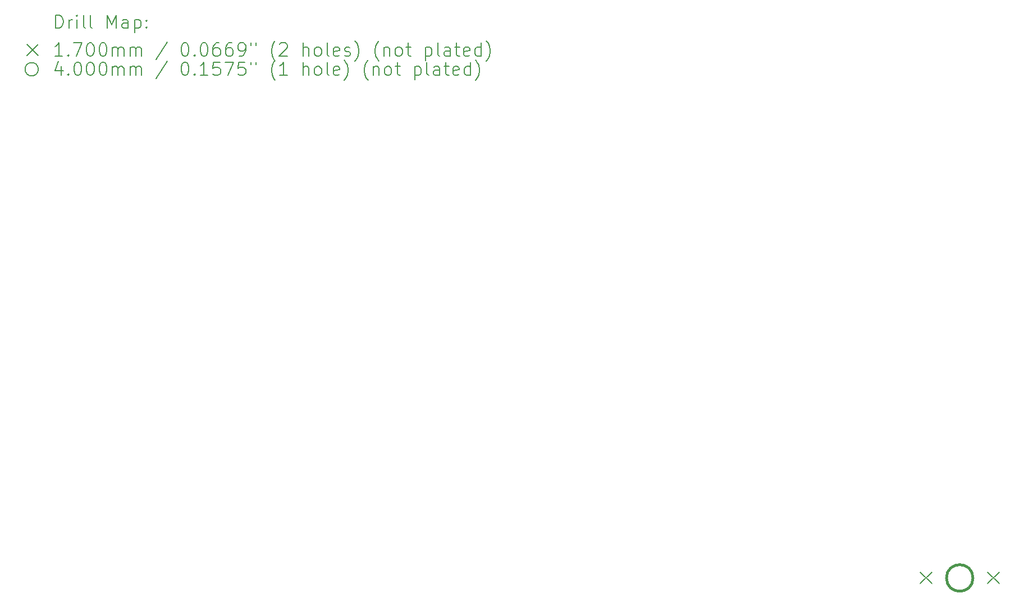
<source format=gbr>
%TF.GenerationSoftware,KiCad,Pcbnew,9.0.7*%
%TF.CreationDate,2026-02-04T16:17:57-05:00*%
%TF.ProjectId,test2,74657374-322e-46b6-9963-61645f706362,rev?*%
%TF.SameCoordinates,Original*%
%TF.FileFunction,Drillmap*%
%TF.FilePolarity,Positive*%
%FSLAX45Y45*%
G04 Gerber Fmt 4.5, Leading zero omitted, Abs format (unit mm)*
G04 Created by KiCad (PCBNEW 9.0.7) date 2026-02-04 16:17:57*
%MOMM*%
%LPD*%
G01*
G04 APERTURE LIST*
%ADD10C,0.200000*%
%ADD11C,0.170000*%
%ADD12C,0.400000*%
G04 APERTURE END LIST*
D10*
D11*
X13303000Y-8523000D02*
X13473000Y-8693000D01*
X13473000Y-8523000D02*
X13303000Y-8693000D01*
X14319000Y-8523000D02*
X14489000Y-8693000D01*
X14489000Y-8523000D02*
X14319000Y-8693000D01*
D12*
X14096000Y-8608000D02*
G75*
G02*
X13696000Y-8608000I-200000J0D01*
G01*
X13696000Y-8608000D02*
G75*
G02*
X14096000Y-8608000I200000J0D01*
G01*
D10*
X260777Y-311484D02*
X260777Y-111484D01*
X260777Y-111484D02*
X308396Y-111484D01*
X308396Y-111484D02*
X336967Y-121008D01*
X336967Y-121008D02*
X356015Y-140055D01*
X356015Y-140055D02*
X365539Y-159103D01*
X365539Y-159103D02*
X375062Y-197198D01*
X375062Y-197198D02*
X375062Y-225769D01*
X375062Y-225769D02*
X365539Y-263865D01*
X365539Y-263865D02*
X356015Y-282912D01*
X356015Y-282912D02*
X336967Y-301960D01*
X336967Y-301960D02*
X308396Y-311484D01*
X308396Y-311484D02*
X260777Y-311484D01*
X460777Y-311484D02*
X460777Y-178150D01*
X460777Y-216246D02*
X470301Y-197198D01*
X470301Y-197198D02*
X479824Y-187674D01*
X479824Y-187674D02*
X498872Y-178150D01*
X498872Y-178150D02*
X517920Y-178150D01*
X584586Y-311484D02*
X584586Y-178150D01*
X584586Y-111484D02*
X575063Y-121008D01*
X575063Y-121008D02*
X584586Y-130531D01*
X584586Y-130531D02*
X594110Y-121008D01*
X594110Y-121008D02*
X584586Y-111484D01*
X584586Y-111484D02*
X584586Y-130531D01*
X708396Y-311484D02*
X689348Y-301960D01*
X689348Y-301960D02*
X679824Y-282912D01*
X679824Y-282912D02*
X679824Y-111484D01*
X813158Y-311484D02*
X794110Y-301960D01*
X794110Y-301960D02*
X784586Y-282912D01*
X784586Y-282912D02*
X784586Y-111484D01*
X1041729Y-311484D02*
X1041729Y-111484D01*
X1041729Y-111484D02*
X1108396Y-254341D01*
X1108396Y-254341D02*
X1175063Y-111484D01*
X1175063Y-111484D02*
X1175063Y-311484D01*
X1356015Y-311484D02*
X1356015Y-206722D01*
X1356015Y-206722D02*
X1346491Y-187674D01*
X1346491Y-187674D02*
X1327444Y-178150D01*
X1327444Y-178150D02*
X1289348Y-178150D01*
X1289348Y-178150D02*
X1270301Y-187674D01*
X1356015Y-301960D02*
X1336967Y-311484D01*
X1336967Y-311484D02*
X1289348Y-311484D01*
X1289348Y-311484D02*
X1270301Y-301960D01*
X1270301Y-301960D02*
X1260777Y-282912D01*
X1260777Y-282912D02*
X1260777Y-263865D01*
X1260777Y-263865D02*
X1270301Y-244817D01*
X1270301Y-244817D02*
X1289348Y-235293D01*
X1289348Y-235293D02*
X1336967Y-235293D01*
X1336967Y-235293D02*
X1356015Y-225769D01*
X1451253Y-178150D02*
X1451253Y-378150D01*
X1451253Y-187674D02*
X1470301Y-178150D01*
X1470301Y-178150D02*
X1508396Y-178150D01*
X1508396Y-178150D02*
X1527443Y-187674D01*
X1527443Y-187674D02*
X1536967Y-197198D01*
X1536967Y-197198D02*
X1546491Y-216246D01*
X1546491Y-216246D02*
X1546491Y-273389D01*
X1546491Y-273389D02*
X1536967Y-292436D01*
X1536967Y-292436D02*
X1527443Y-301960D01*
X1527443Y-301960D02*
X1508396Y-311484D01*
X1508396Y-311484D02*
X1470301Y-311484D01*
X1470301Y-311484D02*
X1451253Y-301960D01*
X1632205Y-292436D02*
X1641729Y-301960D01*
X1641729Y-301960D02*
X1632205Y-311484D01*
X1632205Y-311484D02*
X1622682Y-301960D01*
X1622682Y-301960D02*
X1632205Y-292436D01*
X1632205Y-292436D02*
X1632205Y-311484D01*
X1632205Y-187674D02*
X1641729Y-197198D01*
X1641729Y-197198D02*
X1632205Y-206722D01*
X1632205Y-206722D02*
X1622682Y-197198D01*
X1622682Y-197198D02*
X1632205Y-187674D01*
X1632205Y-187674D02*
X1632205Y-206722D01*
D11*
X-170000Y-555000D02*
X0Y-725000D01*
X0Y-555000D02*
X-170000Y-725000D01*
D10*
X365539Y-731484D02*
X251253Y-731484D01*
X308396Y-731484D02*
X308396Y-531484D01*
X308396Y-531484D02*
X289348Y-560055D01*
X289348Y-560055D02*
X270301Y-579103D01*
X270301Y-579103D02*
X251253Y-588627D01*
X451253Y-712436D02*
X460777Y-721960D01*
X460777Y-721960D02*
X451253Y-731484D01*
X451253Y-731484D02*
X441729Y-721960D01*
X441729Y-721960D02*
X451253Y-712436D01*
X451253Y-712436D02*
X451253Y-731484D01*
X527444Y-531484D02*
X660777Y-531484D01*
X660777Y-531484D02*
X575063Y-731484D01*
X775062Y-531484D02*
X794110Y-531484D01*
X794110Y-531484D02*
X813158Y-541008D01*
X813158Y-541008D02*
X822682Y-550531D01*
X822682Y-550531D02*
X832205Y-569579D01*
X832205Y-569579D02*
X841729Y-607674D01*
X841729Y-607674D02*
X841729Y-655293D01*
X841729Y-655293D02*
X832205Y-693389D01*
X832205Y-693389D02*
X822682Y-712436D01*
X822682Y-712436D02*
X813158Y-721960D01*
X813158Y-721960D02*
X794110Y-731484D01*
X794110Y-731484D02*
X775062Y-731484D01*
X775062Y-731484D02*
X756015Y-721960D01*
X756015Y-721960D02*
X746491Y-712436D01*
X746491Y-712436D02*
X736967Y-693389D01*
X736967Y-693389D02*
X727443Y-655293D01*
X727443Y-655293D02*
X727443Y-607674D01*
X727443Y-607674D02*
X736967Y-569579D01*
X736967Y-569579D02*
X746491Y-550531D01*
X746491Y-550531D02*
X756015Y-541008D01*
X756015Y-541008D02*
X775062Y-531484D01*
X965539Y-531484D02*
X984586Y-531484D01*
X984586Y-531484D02*
X1003634Y-541008D01*
X1003634Y-541008D02*
X1013158Y-550531D01*
X1013158Y-550531D02*
X1022682Y-569579D01*
X1022682Y-569579D02*
X1032205Y-607674D01*
X1032205Y-607674D02*
X1032205Y-655293D01*
X1032205Y-655293D02*
X1022682Y-693389D01*
X1022682Y-693389D02*
X1013158Y-712436D01*
X1013158Y-712436D02*
X1003634Y-721960D01*
X1003634Y-721960D02*
X984586Y-731484D01*
X984586Y-731484D02*
X965539Y-731484D01*
X965539Y-731484D02*
X946491Y-721960D01*
X946491Y-721960D02*
X936967Y-712436D01*
X936967Y-712436D02*
X927443Y-693389D01*
X927443Y-693389D02*
X917920Y-655293D01*
X917920Y-655293D02*
X917920Y-607674D01*
X917920Y-607674D02*
X927443Y-569579D01*
X927443Y-569579D02*
X936967Y-550531D01*
X936967Y-550531D02*
X946491Y-541008D01*
X946491Y-541008D02*
X965539Y-531484D01*
X1117920Y-731484D02*
X1117920Y-598150D01*
X1117920Y-617198D02*
X1127444Y-607674D01*
X1127444Y-607674D02*
X1146491Y-598150D01*
X1146491Y-598150D02*
X1175063Y-598150D01*
X1175063Y-598150D02*
X1194110Y-607674D01*
X1194110Y-607674D02*
X1203634Y-626722D01*
X1203634Y-626722D02*
X1203634Y-731484D01*
X1203634Y-626722D02*
X1213158Y-607674D01*
X1213158Y-607674D02*
X1232205Y-598150D01*
X1232205Y-598150D02*
X1260777Y-598150D01*
X1260777Y-598150D02*
X1279825Y-607674D01*
X1279825Y-607674D02*
X1289348Y-626722D01*
X1289348Y-626722D02*
X1289348Y-731484D01*
X1384586Y-731484D02*
X1384586Y-598150D01*
X1384586Y-617198D02*
X1394110Y-607674D01*
X1394110Y-607674D02*
X1413158Y-598150D01*
X1413158Y-598150D02*
X1441729Y-598150D01*
X1441729Y-598150D02*
X1460777Y-607674D01*
X1460777Y-607674D02*
X1470301Y-626722D01*
X1470301Y-626722D02*
X1470301Y-731484D01*
X1470301Y-626722D02*
X1479824Y-607674D01*
X1479824Y-607674D02*
X1498872Y-598150D01*
X1498872Y-598150D02*
X1527443Y-598150D01*
X1527443Y-598150D02*
X1546491Y-607674D01*
X1546491Y-607674D02*
X1556015Y-626722D01*
X1556015Y-626722D02*
X1556015Y-731484D01*
X1946491Y-521960D02*
X1775063Y-779103D01*
X2203634Y-531484D02*
X2222682Y-531484D01*
X2222682Y-531484D02*
X2241729Y-541008D01*
X2241729Y-541008D02*
X2251253Y-550531D01*
X2251253Y-550531D02*
X2260777Y-569579D01*
X2260777Y-569579D02*
X2270301Y-607674D01*
X2270301Y-607674D02*
X2270301Y-655293D01*
X2270301Y-655293D02*
X2260777Y-693389D01*
X2260777Y-693389D02*
X2251253Y-712436D01*
X2251253Y-712436D02*
X2241729Y-721960D01*
X2241729Y-721960D02*
X2222682Y-731484D01*
X2222682Y-731484D02*
X2203634Y-731484D01*
X2203634Y-731484D02*
X2184587Y-721960D01*
X2184587Y-721960D02*
X2175063Y-712436D01*
X2175063Y-712436D02*
X2165539Y-693389D01*
X2165539Y-693389D02*
X2156015Y-655293D01*
X2156015Y-655293D02*
X2156015Y-607674D01*
X2156015Y-607674D02*
X2165539Y-569579D01*
X2165539Y-569579D02*
X2175063Y-550531D01*
X2175063Y-550531D02*
X2184587Y-541008D01*
X2184587Y-541008D02*
X2203634Y-531484D01*
X2356015Y-712436D02*
X2365539Y-721960D01*
X2365539Y-721960D02*
X2356015Y-731484D01*
X2356015Y-731484D02*
X2346491Y-721960D01*
X2346491Y-721960D02*
X2356015Y-712436D01*
X2356015Y-712436D02*
X2356015Y-731484D01*
X2489348Y-531484D02*
X2508396Y-531484D01*
X2508396Y-531484D02*
X2527444Y-541008D01*
X2527444Y-541008D02*
X2536968Y-550531D01*
X2536968Y-550531D02*
X2546491Y-569579D01*
X2546491Y-569579D02*
X2556015Y-607674D01*
X2556015Y-607674D02*
X2556015Y-655293D01*
X2556015Y-655293D02*
X2546491Y-693389D01*
X2546491Y-693389D02*
X2536968Y-712436D01*
X2536968Y-712436D02*
X2527444Y-721960D01*
X2527444Y-721960D02*
X2508396Y-731484D01*
X2508396Y-731484D02*
X2489348Y-731484D01*
X2489348Y-731484D02*
X2470301Y-721960D01*
X2470301Y-721960D02*
X2460777Y-712436D01*
X2460777Y-712436D02*
X2451253Y-693389D01*
X2451253Y-693389D02*
X2441729Y-655293D01*
X2441729Y-655293D02*
X2441729Y-607674D01*
X2441729Y-607674D02*
X2451253Y-569579D01*
X2451253Y-569579D02*
X2460777Y-550531D01*
X2460777Y-550531D02*
X2470301Y-541008D01*
X2470301Y-541008D02*
X2489348Y-531484D01*
X2727444Y-531484D02*
X2689348Y-531484D01*
X2689348Y-531484D02*
X2670301Y-541008D01*
X2670301Y-541008D02*
X2660777Y-550531D01*
X2660777Y-550531D02*
X2641729Y-579103D01*
X2641729Y-579103D02*
X2632206Y-617198D01*
X2632206Y-617198D02*
X2632206Y-693389D01*
X2632206Y-693389D02*
X2641729Y-712436D01*
X2641729Y-712436D02*
X2651253Y-721960D01*
X2651253Y-721960D02*
X2670301Y-731484D01*
X2670301Y-731484D02*
X2708396Y-731484D01*
X2708396Y-731484D02*
X2727444Y-721960D01*
X2727444Y-721960D02*
X2736968Y-712436D01*
X2736968Y-712436D02*
X2746491Y-693389D01*
X2746491Y-693389D02*
X2746491Y-645770D01*
X2746491Y-645770D02*
X2736968Y-626722D01*
X2736968Y-626722D02*
X2727444Y-617198D01*
X2727444Y-617198D02*
X2708396Y-607674D01*
X2708396Y-607674D02*
X2670301Y-607674D01*
X2670301Y-607674D02*
X2651253Y-617198D01*
X2651253Y-617198D02*
X2641729Y-626722D01*
X2641729Y-626722D02*
X2632206Y-645770D01*
X2917920Y-531484D02*
X2879825Y-531484D01*
X2879825Y-531484D02*
X2860777Y-541008D01*
X2860777Y-541008D02*
X2851253Y-550531D01*
X2851253Y-550531D02*
X2832206Y-579103D01*
X2832206Y-579103D02*
X2822682Y-617198D01*
X2822682Y-617198D02*
X2822682Y-693389D01*
X2822682Y-693389D02*
X2832206Y-712436D01*
X2832206Y-712436D02*
X2841729Y-721960D01*
X2841729Y-721960D02*
X2860777Y-731484D01*
X2860777Y-731484D02*
X2898872Y-731484D01*
X2898872Y-731484D02*
X2917920Y-721960D01*
X2917920Y-721960D02*
X2927444Y-712436D01*
X2927444Y-712436D02*
X2936967Y-693389D01*
X2936967Y-693389D02*
X2936967Y-645770D01*
X2936967Y-645770D02*
X2927444Y-626722D01*
X2927444Y-626722D02*
X2917920Y-617198D01*
X2917920Y-617198D02*
X2898872Y-607674D01*
X2898872Y-607674D02*
X2860777Y-607674D01*
X2860777Y-607674D02*
X2841729Y-617198D01*
X2841729Y-617198D02*
X2832206Y-626722D01*
X2832206Y-626722D02*
X2822682Y-645770D01*
X3032206Y-731484D02*
X3070301Y-731484D01*
X3070301Y-731484D02*
X3089348Y-721960D01*
X3089348Y-721960D02*
X3098872Y-712436D01*
X3098872Y-712436D02*
X3117920Y-683865D01*
X3117920Y-683865D02*
X3127444Y-645770D01*
X3127444Y-645770D02*
X3127444Y-569579D01*
X3127444Y-569579D02*
X3117920Y-550531D01*
X3117920Y-550531D02*
X3108396Y-541008D01*
X3108396Y-541008D02*
X3089348Y-531484D01*
X3089348Y-531484D02*
X3051253Y-531484D01*
X3051253Y-531484D02*
X3032206Y-541008D01*
X3032206Y-541008D02*
X3022682Y-550531D01*
X3022682Y-550531D02*
X3013158Y-569579D01*
X3013158Y-569579D02*
X3013158Y-617198D01*
X3013158Y-617198D02*
X3022682Y-636246D01*
X3022682Y-636246D02*
X3032206Y-645770D01*
X3032206Y-645770D02*
X3051253Y-655293D01*
X3051253Y-655293D02*
X3089348Y-655293D01*
X3089348Y-655293D02*
X3108396Y-645770D01*
X3108396Y-645770D02*
X3117920Y-636246D01*
X3117920Y-636246D02*
X3127444Y-617198D01*
X3203634Y-531484D02*
X3203634Y-569579D01*
X3279825Y-531484D02*
X3279825Y-569579D01*
X3575063Y-807674D02*
X3565539Y-798150D01*
X3565539Y-798150D02*
X3546491Y-769579D01*
X3546491Y-769579D02*
X3536968Y-750531D01*
X3536968Y-750531D02*
X3527444Y-721960D01*
X3527444Y-721960D02*
X3517920Y-674341D01*
X3517920Y-674341D02*
X3517920Y-636246D01*
X3517920Y-636246D02*
X3527444Y-588627D01*
X3527444Y-588627D02*
X3536968Y-560055D01*
X3536968Y-560055D02*
X3546491Y-541008D01*
X3546491Y-541008D02*
X3565539Y-512436D01*
X3565539Y-512436D02*
X3575063Y-502912D01*
X3641729Y-550531D02*
X3651253Y-541008D01*
X3651253Y-541008D02*
X3670301Y-531484D01*
X3670301Y-531484D02*
X3717920Y-531484D01*
X3717920Y-531484D02*
X3736968Y-541008D01*
X3736968Y-541008D02*
X3746491Y-550531D01*
X3746491Y-550531D02*
X3756015Y-569579D01*
X3756015Y-569579D02*
X3756015Y-588627D01*
X3756015Y-588627D02*
X3746491Y-617198D01*
X3746491Y-617198D02*
X3632206Y-731484D01*
X3632206Y-731484D02*
X3756015Y-731484D01*
X3994110Y-731484D02*
X3994110Y-531484D01*
X4079825Y-731484D02*
X4079825Y-626722D01*
X4079825Y-626722D02*
X4070301Y-607674D01*
X4070301Y-607674D02*
X4051253Y-598150D01*
X4051253Y-598150D02*
X4022682Y-598150D01*
X4022682Y-598150D02*
X4003634Y-607674D01*
X4003634Y-607674D02*
X3994110Y-617198D01*
X4203634Y-731484D02*
X4184587Y-721960D01*
X4184587Y-721960D02*
X4175063Y-712436D01*
X4175063Y-712436D02*
X4165539Y-693389D01*
X4165539Y-693389D02*
X4165539Y-636246D01*
X4165539Y-636246D02*
X4175063Y-617198D01*
X4175063Y-617198D02*
X4184587Y-607674D01*
X4184587Y-607674D02*
X4203634Y-598150D01*
X4203634Y-598150D02*
X4232206Y-598150D01*
X4232206Y-598150D02*
X4251253Y-607674D01*
X4251253Y-607674D02*
X4260777Y-617198D01*
X4260777Y-617198D02*
X4270301Y-636246D01*
X4270301Y-636246D02*
X4270301Y-693389D01*
X4270301Y-693389D02*
X4260777Y-712436D01*
X4260777Y-712436D02*
X4251253Y-721960D01*
X4251253Y-721960D02*
X4232206Y-731484D01*
X4232206Y-731484D02*
X4203634Y-731484D01*
X4384587Y-731484D02*
X4365539Y-721960D01*
X4365539Y-721960D02*
X4356015Y-702912D01*
X4356015Y-702912D02*
X4356015Y-531484D01*
X4536968Y-721960D02*
X4517920Y-731484D01*
X4517920Y-731484D02*
X4479825Y-731484D01*
X4479825Y-731484D02*
X4460777Y-721960D01*
X4460777Y-721960D02*
X4451253Y-702912D01*
X4451253Y-702912D02*
X4451253Y-626722D01*
X4451253Y-626722D02*
X4460777Y-607674D01*
X4460777Y-607674D02*
X4479825Y-598150D01*
X4479825Y-598150D02*
X4517920Y-598150D01*
X4517920Y-598150D02*
X4536968Y-607674D01*
X4536968Y-607674D02*
X4546492Y-626722D01*
X4546492Y-626722D02*
X4546492Y-645770D01*
X4546492Y-645770D02*
X4451253Y-664817D01*
X4622682Y-721960D02*
X4641730Y-731484D01*
X4641730Y-731484D02*
X4679825Y-731484D01*
X4679825Y-731484D02*
X4698873Y-721960D01*
X4698873Y-721960D02*
X4708396Y-702912D01*
X4708396Y-702912D02*
X4708396Y-693389D01*
X4708396Y-693389D02*
X4698873Y-674341D01*
X4698873Y-674341D02*
X4679825Y-664817D01*
X4679825Y-664817D02*
X4651253Y-664817D01*
X4651253Y-664817D02*
X4632206Y-655293D01*
X4632206Y-655293D02*
X4622682Y-636246D01*
X4622682Y-636246D02*
X4622682Y-626722D01*
X4622682Y-626722D02*
X4632206Y-607674D01*
X4632206Y-607674D02*
X4651253Y-598150D01*
X4651253Y-598150D02*
X4679825Y-598150D01*
X4679825Y-598150D02*
X4698873Y-607674D01*
X4775063Y-807674D02*
X4784587Y-798150D01*
X4784587Y-798150D02*
X4803634Y-769579D01*
X4803634Y-769579D02*
X4813158Y-750531D01*
X4813158Y-750531D02*
X4822682Y-721960D01*
X4822682Y-721960D02*
X4832206Y-674341D01*
X4832206Y-674341D02*
X4832206Y-636246D01*
X4832206Y-636246D02*
X4822682Y-588627D01*
X4822682Y-588627D02*
X4813158Y-560055D01*
X4813158Y-560055D02*
X4803634Y-541008D01*
X4803634Y-541008D02*
X4784587Y-512436D01*
X4784587Y-512436D02*
X4775063Y-502912D01*
X5136968Y-807674D02*
X5127444Y-798150D01*
X5127444Y-798150D02*
X5108396Y-769579D01*
X5108396Y-769579D02*
X5098873Y-750531D01*
X5098873Y-750531D02*
X5089349Y-721960D01*
X5089349Y-721960D02*
X5079825Y-674341D01*
X5079825Y-674341D02*
X5079825Y-636246D01*
X5079825Y-636246D02*
X5089349Y-588627D01*
X5089349Y-588627D02*
X5098873Y-560055D01*
X5098873Y-560055D02*
X5108396Y-541008D01*
X5108396Y-541008D02*
X5127444Y-512436D01*
X5127444Y-512436D02*
X5136968Y-502912D01*
X5213158Y-598150D02*
X5213158Y-731484D01*
X5213158Y-617198D02*
X5222682Y-607674D01*
X5222682Y-607674D02*
X5241730Y-598150D01*
X5241730Y-598150D02*
X5270301Y-598150D01*
X5270301Y-598150D02*
X5289349Y-607674D01*
X5289349Y-607674D02*
X5298873Y-626722D01*
X5298873Y-626722D02*
X5298873Y-731484D01*
X5422682Y-731484D02*
X5403634Y-721960D01*
X5403634Y-721960D02*
X5394111Y-712436D01*
X5394111Y-712436D02*
X5384587Y-693389D01*
X5384587Y-693389D02*
X5384587Y-636246D01*
X5384587Y-636246D02*
X5394111Y-617198D01*
X5394111Y-617198D02*
X5403634Y-607674D01*
X5403634Y-607674D02*
X5422682Y-598150D01*
X5422682Y-598150D02*
X5451254Y-598150D01*
X5451254Y-598150D02*
X5470301Y-607674D01*
X5470301Y-607674D02*
X5479825Y-617198D01*
X5479825Y-617198D02*
X5489349Y-636246D01*
X5489349Y-636246D02*
X5489349Y-693389D01*
X5489349Y-693389D02*
X5479825Y-712436D01*
X5479825Y-712436D02*
X5470301Y-721960D01*
X5470301Y-721960D02*
X5451254Y-731484D01*
X5451254Y-731484D02*
X5422682Y-731484D01*
X5546492Y-598150D02*
X5622682Y-598150D01*
X5575063Y-531484D02*
X5575063Y-702912D01*
X5575063Y-702912D02*
X5584587Y-721960D01*
X5584587Y-721960D02*
X5603634Y-731484D01*
X5603634Y-731484D02*
X5622682Y-731484D01*
X5841730Y-598150D02*
X5841730Y-798150D01*
X5841730Y-607674D02*
X5860777Y-598150D01*
X5860777Y-598150D02*
X5898873Y-598150D01*
X5898873Y-598150D02*
X5917920Y-607674D01*
X5917920Y-607674D02*
X5927444Y-617198D01*
X5927444Y-617198D02*
X5936968Y-636246D01*
X5936968Y-636246D02*
X5936968Y-693389D01*
X5936968Y-693389D02*
X5927444Y-712436D01*
X5927444Y-712436D02*
X5917920Y-721960D01*
X5917920Y-721960D02*
X5898873Y-731484D01*
X5898873Y-731484D02*
X5860777Y-731484D01*
X5860777Y-731484D02*
X5841730Y-721960D01*
X6051253Y-731484D02*
X6032206Y-721960D01*
X6032206Y-721960D02*
X6022682Y-702912D01*
X6022682Y-702912D02*
X6022682Y-531484D01*
X6213158Y-731484D02*
X6213158Y-626722D01*
X6213158Y-626722D02*
X6203634Y-607674D01*
X6203634Y-607674D02*
X6184587Y-598150D01*
X6184587Y-598150D02*
X6146492Y-598150D01*
X6146492Y-598150D02*
X6127444Y-607674D01*
X6213158Y-721960D02*
X6194111Y-731484D01*
X6194111Y-731484D02*
X6146492Y-731484D01*
X6146492Y-731484D02*
X6127444Y-721960D01*
X6127444Y-721960D02*
X6117920Y-702912D01*
X6117920Y-702912D02*
X6117920Y-683865D01*
X6117920Y-683865D02*
X6127444Y-664817D01*
X6127444Y-664817D02*
X6146492Y-655293D01*
X6146492Y-655293D02*
X6194111Y-655293D01*
X6194111Y-655293D02*
X6213158Y-645770D01*
X6279825Y-598150D02*
X6356015Y-598150D01*
X6308396Y-531484D02*
X6308396Y-702912D01*
X6308396Y-702912D02*
X6317920Y-721960D01*
X6317920Y-721960D02*
X6336968Y-731484D01*
X6336968Y-731484D02*
X6356015Y-731484D01*
X6498873Y-721960D02*
X6479825Y-731484D01*
X6479825Y-731484D02*
X6441730Y-731484D01*
X6441730Y-731484D02*
X6422682Y-721960D01*
X6422682Y-721960D02*
X6413158Y-702912D01*
X6413158Y-702912D02*
X6413158Y-626722D01*
X6413158Y-626722D02*
X6422682Y-607674D01*
X6422682Y-607674D02*
X6441730Y-598150D01*
X6441730Y-598150D02*
X6479825Y-598150D01*
X6479825Y-598150D02*
X6498873Y-607674D01*
X6498873Y-607674D02*
X6508396Y-626722D01*
X6508396Y-626722D02*
X6508396Y-645770D01*
X6508396Y-645770D02*
X6413158Y-664817D01*
X6679825Y-731484D02*
X6679825Y-531484D01*
X6679825Y-721960D02*
X6660777Y-731484D01*
X6660777Y-731484D02*
X6622682Y-731484D01*
X6622682Y-731484D02*
X6603634Y-721960D01*
X6603634Y-721960D02*
X6594111Y-712436D01*
X6594111Y-712436D02*
X6584587Y-693389D01*
X6584587Y-693389D02*
X6584587Y-636246D01*
X6584587Y-636246D02*
X6594111Y-617198D01*
X6594111Y-617198D02*
X6603634Y-607674D01*
X6603634Y-607674D02*
X6622682Y-598150D01*
X6622682Y-598150D02*
X6660777Y-598150D01*
X6660777Y-598150D02*
X6679825Y-607674D01*
X6756015Y-807674D02*
X6765539Y-798150D01*
X6765539Y-798150D02*
X6784587Y-769579D01*
X6784587Y-769579D02*
X6794111Y-750531D01*
X6794111Y-750531D02*
X6803634Y-721960D01*
X6803634Y-721960D02*
X6813158Y-674341D01*
X6813158Y-674341D02*
X6813158Y-636246D01*
X6813158Y-636246D02*
X6803634Y-588627D01*
X6803634Y-588627D02*
X6794111Y-560055D01*
X6794111Y-560055D02*
X6784587Y-541008D01*
X6784587Y-541008D02*
X6765539Y-512436D01*
X6765539Y-512436D02*
X6756015Y-502912D01*
X0Y-930000D02*
G75*
G02*
X-200000Y-930000I-100000J0D01*
G01*
X-200000Y-930000D02*
G75*
G02*
X0Y-930000I100000J0D01*
G01*
X346491Y-888150D02*
X346491Y-1021484D01*
X298872Y-811960D02*
X251253Y-954817D01*
X251253Y-954817D02*
X375062Y-954817D01*
X451253Y-1002436D02*
X460777Y-1011960D01*
X460777Y-1011960D02*
X451253Y-1021484D01*
X451253Y-1021484D02*
X441729Y-1011960D01*
X441729Y-1011960D02*
X451253Y-1002436D01*
X451253Y-1002436D02*
X451253Y-1021484D01*
X584586Y-821484D02*
X603634Y-821484D01*
X603634Y-821484D02*
X622682Y-831008D01*
X622682Y-831008D02*
X632205Y-840531D01*
X632205Y-840531D02*
X641729Y-859579D01*
X641729Y-859579D02*
X651253Y-897674D01*
X651253Y-897674D02*
X651253Y-945293D01*
X651253Y-945293D02*
X641729Y-983388D01*
X641729Y-983388D02*
X632205Y-1002436D01*
X632205Y-1002436D02*
X622682Y-1011960D01*
X622682Y-1011960D02*
X603634Y-1021484D01*
X603634Y-1021484D02*
X584586Y-1021484D01*
X584586Y-1021484D02*
X565539Y-1011960D01*
X565539Y-1011960D02*
X556015Y-1002436D01*
X556015Y-1002436D02*
X546491Y-983388D01*
X546491Y-983388D02*
X536967Y-945293D01*
X536967Y-945293D02*
X536967Y-897674D01*
X536967Y-897674D02*
X546491Y-859579D01*
X546491Y-859579D02*
X556015Y-840531D01*
X556015Y-840531D02*
X565539Y-831008D01*
X565539Y-831008D02*
X584586Y-821484D01*
X775062Y-821484D02*
X794110Y-821484D01*
X794110Y-821484D02*
X813158Y-831008D01*
X813158Y-831008D02*
X822682Y-840531D01*
X822682Y-840531D02*
X832205Y-859579D01*
X832205Y-859579D02*
X841729Y-897674D01*
X841729Y-897674D02*
X841729Y-945293D01*
X841729Y-945293D02*
X832205Y-983388D01*
X832205Y-983388D02*
X822682Y-1002436D01*
X822682Y-1002436D02*
X813158Y-1011960D01*
X813158Y-1011960D02*
X794110Y-1021484D01*
X794110Y-1021484D02*
X775062Y-1021484D01*
X775062Y-1021484D02*
X756015Y-1011960D01*
X756015Y-1011960D02*
X746491Y-1002436D01*
X746491Y-1002436D02*
X736967Y-983388D01*
X736967Y-983388D02*
X727443Y-945293D01*
X727443Y-945293D02*
X727443Y-897674D01*
X727443Y-897674D02*
X736967Y-859579D01*
X736967Y-859579D02*
X746491Y-840531D01*
X746491Y-840531D02*
X756015Y-831008D01*
X756015Y-831008D02*
X775062Y-821484D01*
X965539Y-821484D02*
X984586Y-821484D01*
X984586Y-821484D02*
X1003634Y-831008D01*
X1003634Y-831008D02*
X1013158Y-840531D01*
X1013158Y-840531D02*
X1022682Y-859579D01*
X1022682Y-859579D02*
X1032205Y-897674D01*
X1032205Y-897674D02*
X1032205Y-945293D01*
X1032205Y-945293D02*
X1022682Y-983388D01*
X1022682Y-983388D02*
X1013158Y-1002436D01*
X1013158Y-1002436D02*
X1003634Y-1011960D01*
X1003634Y-1011960D02*
X984586Y-1021484D01*
X984586Y-1021484D02*
X965539Y-1021484D01*
X965539Y-1021484D02*
X946491Y-1011960D01*
X946491Y-1011960D02*
X936967Y-1002436D01*
X936967Y-1002436D02*
X927443Y-983388D01*
X927443Y-983388D02*
X917920Y-945293D01*
X917920Y-945293D02*
X917920Y-897674D01*
X917920Y-897674D02*
X927443Y-859579D01*
X927443Y-859579D02*
X936967Y-840531D01*
X936967Y-840531D02*
X946491Y-831008D01*
X946491Y-831008D02*
X965539Y-821484D01*
X1117920Y-1021484D02*
X1117920Y-888150D01*
X1117920Y-907198D02*
X1127444Y-897674D01*
X1127444Y-897674D02*
X1146491Y-888150D01*
X1146491Y-888150D02*
X1175063Y-888150D01*
X1175063Y-888150D02*
X1194110Y-897674D01*
X1194110Y-897674D02*
X1203634Y-916722D01*
X1203634Y-916722D02*
X1203634Y-1021484D01*
X1203634Y-916722D02*
X1213158Y-897674D01*
X1213158Y-897674D02*
X1232205Y-888150D01*
X1232205Y-888150D02*
X1260777Y-888150D01*
X1260777Y-888150D02*
X1279825Y-897674D01*
X1279825Y-897674D02*
X1289348Y-916722D01*
X1289348Y-916722D02*
X1289348Y-1021484D01*
X1384586Y-1021484D02*
X1384586Y-888150D01*
X1384586Y-907198D02*
X1394110Y-897674D01*
X1394110Y-897674D02*
X1413158Y-888150D01*
X1413158Y-888150D02*
X1441729Y-888150D01*
X1441729Y-888150D02*
X1460777Y-897674D01*
X1460777Y-897674D02*
X1470301Y-916722D01*
X1470301Y-916722D02*
X1470301Y-1021484D01*
X1470301Y-916722D02*
X1479824Y-897674D01*
X1479824Y-897674D02*
X1498872Y-888150D01*
X1498872Y-888150D02*
X1527443Y-888150D01*
X1527443Y-888150D02*
X1546491Y-897674D01*
X1546491Y-897674D02*
X1556015Y-916722D01*
X1556015Y-916722D02*
X1556015Y-1021484D01*
X1946491Y-811960D02*
X1775063Y-1069103D01*
X2203634Y-821484D02*
X2222682Y-821484D01*
X2222682Y-821484D02*
X2241729Y-831008D01*
X2241729Y-831008D02*
X2251253Y-840531D01*
X2251253Y-840531D02*
X2260777Y-859579D01*
X2260777Y-859579D02*
X2270301Y-897674D01*
X2270301Y-897674D02*
X2270301Y-945293D01*
X2270301Y-945293D02*
X2260777Y-983388D01*
X2260777Y-983388D02*
X2251253Y-1002436D01*
X2251253Y-1002436D02*
X2241729Y-1011960D01*
X2241729Y-1011960D02*
X2222682Y-1021484D01*
X2222682Y-1021484D02*
X2203634Y-1021484D01*
X2203634Y-1021484D02*
X2184587Y-1011960D01*
X2184587Y-1011960D02*
X2175063Y-1002436D01*
X2175063Y-1002436D02*
X2165539Y-983388D01*
X2165539Y-983388D02*
X2156015Y-945293D01*
X2156015Y-945293D02*
X2156015Y-897674D01*
X2156015Y-897674D02*
X2165539Y-859579D01*
X2165539Y-859579D02*
X2175063Y-840531D01*
X2175063Y-840531D02*
X2184587Y-831008D01*
X2184587Y-831008D02*
X2203634Y-821484D01*
X2356015Y-1002436D02*
X2365539Y-1011960D01*
X2365539Y-1011960D02*
X2356015Y-1021484D01*
X2356015Y-1021484D02*
X2346491Y-1011960D01*
X2346491Y-1011960D02*
X2356015Y-1002436D01*
X2356015Y-1002436D02*
X2356015Y-1021484D01*
X2556015Y-1021484D02*
X2441729Y-1021484D01*
X2498872Y-1021484D02*
X2498872Y-821484D01*
X2498872Y-821484D02*
X2479825Y-850055D01*
X2479825Y-850055D02*
X2460777Y-869103D01*
X2460777Y-869103D02*
X2441729Y-878627D01*
X2736968Y-821484D02*
X2641729Y-821484D01*
X2641729Y-821484D02*
X2632206Y-916722D01*
X2632206Y-916722D02*
X2641729Y-907198D01*
X2641729Y-907198D02*
X2660777Y-897674D01*
X2660777Y-897674D02*
X2708396Y-897674D01*
X2708396Y-897674D02*
X2727444Y-907198D01*
X2727444Y-907198D02*
X2736968Y-916722D01*
X2736968Y-916722D02*
X2746491Y-935769D01*
X2746491Y-935769D02*
X2746491Y-983388D01*
X2746491Y-983388D02*
X2736968Y-1002436D01*
X2736968Y-1002436D02*
X2727444Y-1011960D01*
X2727444Y-1011960D02*
X2708396Y-1021484D01*
X2708396Y-1021484D02*
X2660777Y-1021484D01*
X2660777Y-1021484D02*
X2641729Y-1011960D01*
X2641729Y-1011960D02*
X2632206Y-1002436D01*
X2813158Y-821484D02*
X2946491Y-821484D01*
X2946491Y-821484D02*
X2860777Y-1021484D01*
X3117920Y-821484D02*
X3022682Y-821484D01*
X3022682Y-821484D02*
X3013158Y-916722D01*
X3013158Y-916722D02*
X3022682Y-907198D01*
X3022682Y-907198D02*
X3041729Y-897674D01*
X3041729Y-897674D02*
X3089348Y-897674D01*
X3089348Y-897674D02*
X3108396Y-907198D01*
X3108396Y-907198D02*
X3117920Y-916722D01*
X3117920Y-916722D02*
X3127444Y-935769D01*
X3127444Y-935769D02*
X3127444Y-983388D01*
X3127444Y-983388D02*
X3117920Y-1002436D01*
X3117920Y-1002436D02*
X3108396Y-1011960D01*
X3108396Y-1011960D02*
X3089348Y-1021484D01*
X3089348Y-1021484D02*
X3041729Y-1021484D01*
X3041729Y-1021484D02*
X3022682Y-1011960D01*
X3022682Y-1011960D02*
X3013158Y-1002436D01*
X3203634Y-821484D02*
X3203634Y-859579D01*
X3279825Y-821484D02*
X3279825Y-859579D01*
X3575063Y-1097674D02*
X3565539Y-1088150D01*
X3565539Y-1088150D02*
X3546491Y-1059579D01*
X3546491Y-1059579D02*
X3536968Y-1040531D01*
X3536968Y-1040531D02*
X3527444Y-1011960D01*
X3527444Y-1011960D02*
X3517920Y-964341D01*
X3517920Y-964341D02*
X3517920Y-926246D01*
X3517920Y-926246D02*
X3527444Y-878627D01*
X3527444Y-878627D02*
X3536968Y-850055D01*
X3536968Y-850055D02*
X3546491Y-831008D01*
X3546491Y-831008D02*
X3565539Y-802436D01*
X3565539Y-802436D02*
X3575063Y-792912D01*
X3756015Y-1021484D02*
X3641729Y-1021484D01*
X3698872Y-1021484D02*
X3698872Y-821484D01*
X3698872Y-821484D02*
X3679825Y-850055D01*
X3679825Y-850055D02*
X3660777Y-869103D01*
X3660777Y-869103D02*
X3641729Y-878627D01*
X3994110Y-1021484D02*
X3994110Y-821484D01*
X4079825Y-1021484D02*
X4079825Y-916722D01*
X4079825Y-916722D02*
X4070301Y-897674D01*
X4070301Y-897674D02*
X4051253Y-888150D01*
X4051253Y-888150D02*
X4022682Y-888150D01*
X4022682Y-888150D02*
X4003634Y-897674D01*
X4003634Y-897674D02*
X3994110Y-907198D01*
X4203634Y-1021484D02*
X4184587Y-1011960D01*
X4184587Y-1011960D02*
X4175063Y-1002436D01*
X4175063Y-1002436D02*
X4165539Y-983388D01*
X4165539Y-983388D02*
X4165539Y-926246D01*
X4165539Y-926246D02*
X4175063Y-907198D01*
X4175063Y-907198D02*
X4184587Y-897674D01*
X4184587Y-897674D02*
X4203634Y-888150D01*
X4203634Y-888150D02*
X4232206Y-888150D01*
X4232206Y-888150D02*
X4251253Y-897674D01*
X4251253Y-897674D02*
X4260777Y-907198D01*
X4260777Y-907198D02*
X4270301Y-926246D01*
X4270301Y-926246D02*
X4270301Y-983388D01*
X4270301Y-983388D02*
X4260777Y-1002436D01*
X4260777Y-1002436D02*
X4251253Y-1011960D01*
X4251253Y-1011960D02*
X4232206Y-1021484D01*
X4232206Y-1021484D02*
X4203634Y-1021484D01*
X4384587Y-1021484D02*
X4365539Y-1011960D01*
X4365539Y-1011960D02*
X4356015Y-992912D01*
X4356015Y-992912D02*
X4356015Y-821484D01*
X4536968Y-1011960D02*
X4517920Y-1021484D01*
X4517920Y-1021484D02*
X4479825Y-1021484D01*
X4479825Y-1021484D02*
X4460777Y-1011960D01*
X4460777Y-1011960D02*
X4451253Y-992912D01*
X4451253Y-992912D02*
X4451253Y-916722D01*
X4451253Y-916722D02*
X4460777Y-897674D01*
X4460777Y-897674D02*
X4479825Y-888150D01*
X4479825Y-888150D02*
X4517920Y-888150D01*
X4517920Y-888150D02*
X4536968Y-897674D01*
X4536968Y-897674D02*
X4546492Y-916722D01*
X4546492Y-916722D02*
X4546492Y-935769D01*
X4546492Y-935769D02*
X4451253Y-954817D01*
X4613158Y-1097674D02*
X4622682Y-1088150D01*
X4622682Y-1088150D02*
X4641730Y-1059579D01*
X4641730Y-1059579D02*
X4651253Y-1040531D01*
X4651253Y-1040531D02*
X4660777Y-1011960D01*
X4660777Y-1011960D02*
X4670301Y-964341D01*
X4670301Y-964341D02*
X4670301Y-926246D01*
X4670301Y-926246D02*
X4660777Y-878627D01*
X4660777Y-878627D02*
X4651253Y-850055D01*
X4651253Y-850055D02*
X4641730Y-831008D01*
X4641730Y-831008D02*
X4622682Y-802436D01*
X4622682Y-802436D02*
X4613158Y-792912D01*
X4975063Y-1097674D02*
X4965539Y-1088150D01*
X4965539Y-1088150D02*
X4946492Y-1059579D01*
X4946492Y-1059579D02*
X4936968Y-1040531D01*
X4936968Y-1040531D02*
X4927444Y-1011960D01*
X4927444Y-1011960D02*
X4917920Y-964341D01*
X4917920Y-964341D02*
X4917920Y-926246D01*
X4917920Y-926246D02*
X4927444Y-878627D01*
X4927444Y-878627D02*
X4936968Y-850055D01*
X4936968Y-850055D02*
X4946492Y-831008D01*
X4946492Y-831008D02*
X4965539Y-802436D01*
X4965539Y-802436D02*
X4975063Y-792912D01*
X5051253Y-888150D02*
X5051253Y-1021484D01*
X5051253Y-907198D02*
X5060777Y-897674D01*
X5060777Y-897674D02*
X5079825Y-888150D01*
X5079825Y-888150D02*
X5108396Y-888150D01*
X5108396Y-888150D02*
X5127444Y-897674D01*
X5127444Y-897674D02*
X5136968Y-916722D01*
X5136968Y-916722D02*
X5136968Y-1021484D01*
X5260777Y-1021484D02*
X5241730Y-1011960D01*
X5241730Y-1011960D02*
X5232206Y-1002436D01*
X5232206Y-1002436D02*
X5222682Y-983388D01*
X5222682Y-983388D02*
X5222682Y-926246D01*
X5222682Y-926246D02*
X5232206Y-907198D01*
X5232206Y-907198D02*
X5241730Y-897674D01*
X5241730Y-897674D02*
X5260777Y-888150D01*
X5260777Y-888150D02*
X5289349Y-888150D01*
X5289349Y-888150D02*
X5308396Y-897674D01*
X5308396Y-897674D02*
X5317920Y-907198D01*
X5317920Y-907198D02*
X5327444Y-926246D01*
X5327444Y-926246D02*
X5327444Y-983388D01*
X5327444Y-983388D02*
X5317920Y-1002436D01*
X5317920Y-1002436D02*
X5308396Y-1011960D01*
X5308396Y-1011960D02*
X5289349Y-1021484D01*
X5289349Y-1021484D02*
X5260777Y-1021484D01*
X5384587Y-888150D02*
X5460777Y-888150D01*
X5413158Y-821484D02*
X5413158Y-992912D01*
X5413158Y-992912D02*
X5422682Y-1011960D01*
X5422682Y-1011960D02*
X5441730Y-1021484D01*
X5441730Y-1021484D02*
X5460777Y-1021484D01*
X5679825Y-888150D02*
X5679825Y-1088150D01*
X5679825Y-897674D02*
X5698872Y-888150D01*
X5698872Y-888150D02*
X5736968Y-888150D01*
X5736968Y-888150D02*
X5756015Y-897674D01*
X5756015Y-897674D02*
X5765539Y-907198D01*
X5765539Y-907198D02*
X5775063Y-926246D01*
X5775063Y-926246D02*
X5775063Y-983388D01*
X5775063Y-983388D02*
X5765539Y-1002436D01*
X5765539Y-1002436D02*
X5756015Y-1011960D01*
X5756015Y-1011960D02*
X5736968Y-1021484D01*
X5736968Y-1021484D02*
X5698872Y-1021484D01*
X5698872Y-1021484D02*
X5679825Y-1011960D01*
X5889349Y-1021484D02*
X5870301Y-1011960D01*
X5870301Y-1011960D02*
X5860777Y-992912D01*
X5860777Y-992912D02*
X5860777Y-821484D01*
X6051253Y-1021484D02*
X6051253Y-916722D01*
X6051253Y-916722D02*
X6041730Y-897674D01*
X6041730Y-897674D02*
X6022682Y-888150D01*
X6022682Y-888150D02*
X5984587Y-888150D01*
X5984587Y-888150D02*
X5965539Y-897674D01*
X6051253Y-1011960D02*
X6032206Y-1021484D01*
X6032206Y-1021484D02*
X5984587Y-1021484D01*
X5984587Y-1021484D02*
X5965539Y-1011960D01*
X5965539Y-1011960D02*
X5956015Y-992912D01*
X5956015Y-992912D02*
X5956015Y-973865D01*
X5956015Y-973865D02*
X5965539Y-954817D01*
X5965539Y-954817D02*
X5984587Y-945293D01*
X5984587Y-945293D02*
X6032206Y-945293D01*
X6032206Y-945293D02*
X6051253Y-935769D01*
X6117920Y-888150D02*
X6194111Y-888150D01*
X6146492Y-821484D02*
X6146492Y-992912D01*
X6146492Y-992912D02*
X6156015Y-1011960D01*
X6156015Y-1011960D02*
X6175063Y-1021484D01*
X6175063Y-1021484D02*
X6194111Y-1021484D01*
X6336968Y-1011960D02*
X6317920Y-1021484D01*
X6317920Y-1021484D02*
X6279825Y-1021484D01*
X6279825Y-1021484D02*
X6260777Y-1011960D01*
X6260777Y-1011960D02*
X6251253Y-992912D01*
X6251253Y-992912D02*
X6251253Y-916722D01*
X6251253Y-916722D02*
X6260777Y-897674D01*
X6260777Y-897674D02*
X6279825Y-888150D01*
X6279825Y-888150D02*
X6317920Y-888150D01*
X6317920Y-888150D02*
X6336968Y-897674D01*
X6336968Y-897674D02*
X6346492Y-916722D01*
X6346492Y-916722D02*
X6346492Y-935769D01*
X6346492Y-935769D02*
X6251253Y-954817D01*
X6517920Y-1021484D02*
X6517920Y-821484D01*
X6517920Y-1011960D02*
X6498873Y-1021484D01*
X6498873Y-1021484D02*
X6460777Y-1021484D01*
X6460777Y-1021484D02*
X6441730Y-1011960D01*
X6441730Y-1011960D02*
X6432206Y-1002436D01*
X6432206Y-1002436D02*
X6422682Y-983388D01*
X6422682Y-983388D02*
X6422682Y-926246D01*
X6422682Y-926246D02*
X6432206Y-907198D01*
X6432206Y-907198D02*
X6441730Y-897674D01*
X6441730Y-897674D02*
X6460777Y-888150D01*
X6460777Y-888150D02*
X6498873Y-888150D01*
X6498873Y-888150D02*
X6517920Y-897674D01*
X6594111Y-1097674D02*
X6603634Y-1088150D01*
X6603634Y-1088150D02*
X6622682Y-1059579D01*
X6622682Y-1059579D02*
X6632206Y-1040531D01*
X6632206Y-1040531D02*
X6641730Y-1011960D01*
X6641730Y-1011960D02*
X6651253Y-964341D01*
X6651253Y-964341D02*
X6651253Y-926246D01*
X6651253Y-926246D02*
X6641730Y-878627D01*
X6641730Y-878627D02*
X6632206Y-850055D01*
X6632206Y-850055D02*
X6622682Y-831008D01*
X6622682Y-831008D02*
X6603634Y-802436D01*
X6603634Y-802436D02*
X6594111Y-792912D01*
M02*

</source>
